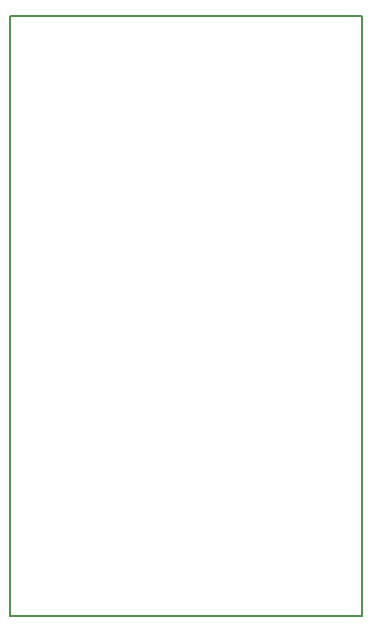
<source format=gm1>
G04 #@! TF.GenerationSoftware,KiCad,Pcbnew,(5.0.1-3-g963ef8bb5)*
G04 #@! TF.CreationDate,2018-12-25T15:27:33+01:00*
G04 #@! TF.ProjectId,smarttrimix,736D6172747472696D69782E6B696361,rev?*
G04 #@! TF.SameCoordinates,Original*
G04 #@! TF.FileFunction,Profile,NP*
%FSLAX46Y46*%
G04 Gerber Fmt 4.6, Leading zero omitted, Abs format (unit mm)*
G04 Created by KiCad (PCBNEW (5.0.1-3-g963ef8bb5)) date 2018 December 25, Tuesday 15:27:33*
%MOMM*%
%LPD*%
G01*
G04 APERTURE LIST*
%ADD10C,0.150000*%
G04 APERTURE END LIST*
D10*
X44450000Y-100330000D02*
X44450000Y-49530000D01*
X74295000Y-100330000D02*
X44450000Y-100330000D01*
X74295000Y-49530000D02*
X74295000Y-100330000D01*
X44450000Y-49530000D02*
X74295000Y-49530000D01*
M02*

</source>
